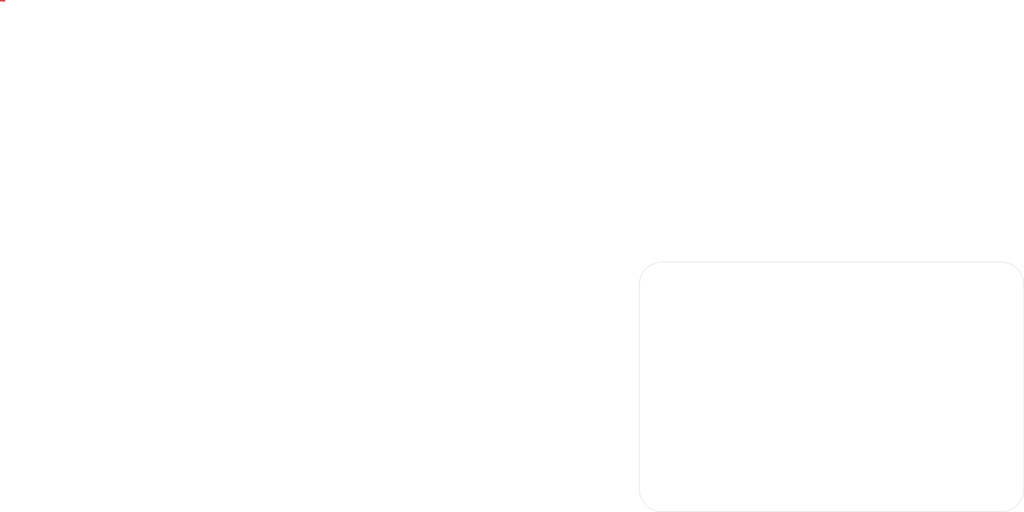
<source format=kicad_pcb>
(kicad_pcb
	(version 20240108)
	(generator "pcbnew")
	(generator_version "8.0")
	(general
		(thickness 1.6)
		(legacy_teardrops no)
	)
	(paper "A4")
	(layers
		(0 "F.Cu" signal)
		(31 "B.Cu" signal)
		(32 "B.Adhes" user "B.Adhesive")
		(33 "F.Adhes" user "F.Adhesive")
		(34 "B.Paste" user)
		(35 "F.Paste" user)
		(36 "B.SilkS" user "B.Silkscreen")
		(37 "F.SilkS" user "F.Silkscreen")
		(38 "B.Mask" user)
		(39 "F.Mask" user)
		(40 "Dwgs.User" user "User.Drawings")
		(41 "Cmts.User" user "User.Comments")
		(42 "Eco1.User" user "User.Eco1")
		(43 "Eco2.User" user "User.Eco2")
		(44 "Edge.Cuts" user)
		(45 "Margin" user)
		(46 "B.CrtYd" user "B.Courtyard")
		(47 "F.CrtYd" user "F.Courtyard")
		(48 "B.Fab" user)
		(49 "F.Fab" user)
		(50 "User.1" user)
		(51 "User.2" user)
		(52 "User.3" user)
		(53 "User.4" user)
		(54 "User.5" user)
		(55 "User.6" user)
		(56 "User.7" user)
		(57 "User.8" user)
		(58 "User.9" user)
	)
	(setup
		(pad_to_mask_clearance 0)
		(allow_soldermask_bridges_in_footprints no)
		(pcbplotparams
			(layerselection 0x00010fc_ffffffff)
			(plot_on_all_layers_selection 0x0000000_00000000)
			(disableapertmacros no)
			(usegerberextensions no)
			(usegerberattributes yes)
			(usegerberadvancedattributes yes)
			(creategerberjobfile yes)
			(dashed_line_dash_ratio 12.000000)
			(dashed_line_gap_ratio 3.000000)
			(svgprecision 4)
			(plotframeref no)
			(viasonmask no)
			(mode 1)
			(useauxorigin no)
			(hpglpennumber 1)
			(hpglpenspeed 20)
			(hpglpendiameter 15.000000)
			(pdf_front_fp_property_popups yes)
			(pdf_back_fp_property_popups yes)
			(dxfpolygonmode yes)
			(dxfimperialunits yes)
			(dxfusepcbnewfont yes)
			(psnegative no)
			(psa4output no)
			(plotreference yes)
			(plotvalue yes)
			(plotfptext yes)
			(plotinvisibletext no)
			(sketchpadsonfab no)
			(subtractmaskfromsilk no)
			(outputformat 1)
			(mirror no)
			(drillshape 1)
			(scaleselection 1)
			(outputdirectory "")
		)
	)
	(net 0 "")
	(gr_arc
		(start 203.5 90)
		(mid 205.62132 90.87868)
		(end 206.5 93)
		(stroke
			(width 0.05)
			(type default)
		)
		(layer "Edge.Cuts")
		(uuid "4cbd8359-16a4-40b2-9b76-96524142e9b4")
	)
	(gr_line
		(start 203.5 122.5)
		(end 159.5 122.5)
		(stroke
			(width 0.05)
			(type default)
		)
		(layer "Edge.Cuts")
		(uuid "67017892-cc32-4c37-a91b-7a00e5c7953f")
	)
	(gr_arc
		(start 156.5 93)
		(mid 157.37868 90.87868)
		(end 159.5 90)
		(stroke
			(width 0.05)
			(type default)
		)
		(layer "Edge.Cuts")
		(uuid "73095ec3-b3e9-42e9-84a3-4f1c1eebfb03")
	)
	(gr_line
		(start 159.5 90)
		(end 203.5 90)
		(stroke
			(width 0.05)
			(type default)
		)
		(layer "Edge.Cuts")
		(uuid "7f62c0eb-2c62-4078-aa0d-19226e6e2ea5")
	)
	(gr_line
		(start 206.5 93)
		(end 206.5 119.5)
		(stroke
			(width 0.05)
			(type default)
		)
		(layer "Edge.Cuts")
		(uuid "8cf498a4-ea23-4e52-a438-d62a9d673f83")
	)
	(gr_arc
		(start 159.5 122.5)
		(mid 157.37868 121.62132)
		(end 156.5 119.5)
		(stroke
			(width 0.05)
			(type default)
		)
		(layer "Edge.Cuts")
		(uuid "9a7574b0-2e1f-4a05-bd24-f829032ebdbd")
	)
	(gr_line
		(start 156.5 119.5)
		(end 156.5 93)
		(stroke
			(width 0.05)
			(type default)
		)
		(layer "Edge.Cuts")
		(uuid "d078f586-6d0e-4414-941d-1fccdee7c640")
	)
	(gr_arc
		(start 206.5 119.5)
		(mid 205.62132 121.62132)
		(end 203.5 122.5)
		(stroke
			(width 0.05)
			(type default)
		)
		(layer "Edge.Cuts")
		(uuid "d580d41e-0341-48e6-91eb-cac5ed202a1d")
	)
	(segment
		(start 73.5 56)
		(end 74 56)
		(width 0.2)
		(layer "F.Cu")
		(net 0)
		(uuid "b55c2995-21bc-4979-b5d1-2c00a3923d8a")
	)
	(group ""
		(uuid "3fb02bbf-c58e-435c-8aaf-56f27a4a47cb")
		(members "4cbd8359-16a4-40b2-9b76-96524142e9b4" "67017892-cc32-4c37-a91b-7a00e5c7953f"
			"73095ec3-b3e9-42e9-84a3-4f1c1eebfb03" "7f62c0eb-2c62-4078-aa0d-19226e6e2ea5"
			"8cf498a4-ea23-4e52-a438-d62a9d673f83" "9a7574b0-2e1f-4a05-bd24-f829032ebdbd"
			"d078f586-6d0e-4414-941d-1fccdee7c640" "d580d41e-0341-48e6-91eb-cac5ed202a1d"
		)
	)
)
</source>
